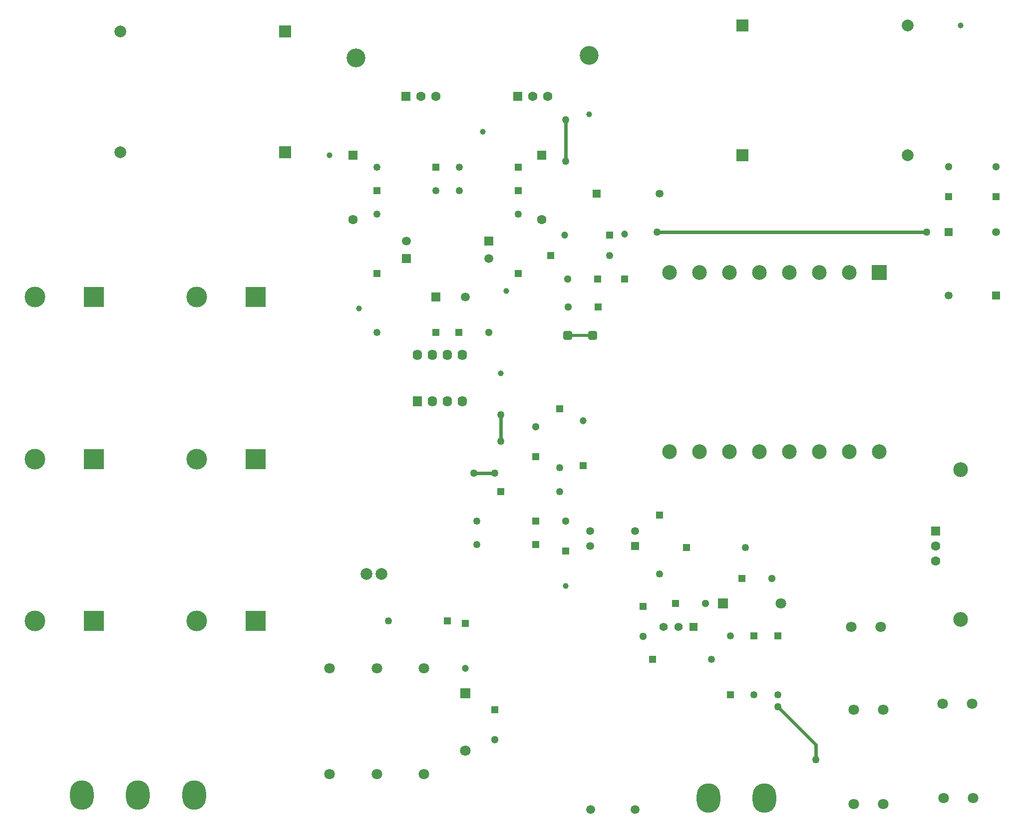
<source format=gbr>
G04*
G04 #@! TF.GenerationSoftware,Altium Limited,Altium Designer,23.6.0 (18)*
G04*
G04 Layer_Physical_Order=1*
G04 Layer_Color=255*
%FSLAX44Y44*%
%MOMM*%
G71*
G04*
G04 #@! TF.SameCoordinates,1F3C283D-9475-48EB-A570-AF6A427DC10D*
G04*
G04*
G04 #@! TF.FilePolarity,Positive*
G04*
G01*
G75*
%ADD21C,1.2500*%
%ADD22R,1.2500X1.2500*%
%ADD30R,1.6000X1.8000*%
%ADD31O,1.6000X1.8000*%
%ADD32R,1.2500X1.2500*%
%ADD33C,1.6000*%
%ADD34R,1.6000X1.6000*%
%ADD35R,1.3000X1.3000*%
%ADD36C,1.3000*%
%ADD41R,1.8000X1.8000*%
%ADD42C,1.8000*%
%ADD43R,1.3000X1.3000*%
%ADD44C,1.2000*%
%ADD45R,1.2000X1.2000*%
%ADD46R,1.3500X1.3500*%
%ADD47C,1.3500*%
%ADD48R,1.2000X1.2000*%
%ADD50R,1.8000X1.8000*%
%ADD52R,1.3500X1.3500*%
%ADD54C,0.6000*%
%ADD55R,3.5400X0.5080*%
%ADD56C,2.5000*%
%ADD57R,1.6000X1.6000*%
%ADD58C,3.2000*%
G04:AMPARAMS|DCode=59|XSize=1.4mm|YSize=1.4mm|CornerRadius=0.049mm|HoleSize=0mm|Usage=FLASHONLY|Rotation=270.000|XOffset=0mm|YOffset=0mm|HoleType=Round|Shape=RoundedRectangle|*
%AMROUNDEDRECTD59*
21,1,1.4000,1.3020,0,0,270.0*
21,1,1.3020,1.4000,0,0,270.0*
1,1,0.0980,-0.6510,-0.6510*
1,1,0.0980,-0.6510,0.6510*
1,1,0.0980,0.6510,0.6510*
1,1,0.0980,0.6510,-0.6510*
%
%ADD59ROUNDEDRECTD59*%
%ADD60C,1.4000*%
%ADD61R,2.0000X2.0000*%
%ADD62C,2.0000*%
%ADD63C,3.5000*%
%ADD64R,3.5000X3.5000*%
%ADD65C,1.0000*%
%ADD66R,1.5000X1.5000*%
%ADD67C,1.5000*%
%ADD68R,1.5000X1.5000*%
%ADD69R,2.5000X2.5000*%
G04:AMPARAMS|DCode=70|XSize=1.524mm|YSize=1.524mm|CornerRadius=0.381mm|HoleSize=0mm|Usage=FLASHONLY|Rotation=0.000|XOffset=0mm|YOffset=0mm|HoleType=Round|Shape=RoundedRectangle|*
%AMROUNDEDRECTD70*
21,1,1.5240,0.7620,0,0,0.0*
21,1,0.7620,1.5240,0,0,0.0*
1,1,0.7620,0.3810,-0.3810*
1,1,0.7620,-0.3810,-0.3810*
1,1,0.7620,-0.3810,0.3810*
1,1,0.7620,0.3810,0.3810*
%
%ADD70ROUNDEDRECTD70*%
%ADD71O,4.0000X5.0000*%
%ADD72C,1.2700*%
D21*
X1550000Y615000D02*
D03*
X1517500Y575000D02*
D03*
X950000Y1330000D02*
D03*
X1050000Y1370000D02*
D03*
X1430000Y720000D02*
D03*
X970000Y640000D02*
D03*
X1120000Y810000D02*
D03*
Y770000D02*
D03*
X1260000Y860000D02*
D03*
X1345000Y1260000D02*
D03*
X1190000Y1330000D02*
D03*
X1090000Y1410000D02*
D03*
Y1370000D02*
D03*
X1260000Y900000D02*
D03*
X950000Y1130000D02*
D03*
X1590000Y515000D02*
D03*
X1630000Y515000D02*
D03*
X1575000Y765000D02*
D03*
X950000Y1410000D02*
D03*
D22*
X1550000Y515000D02*
D03*
X950000Y1230000D02*
D03*
X1430000Y820000D02*
D03*
X1190000Y1230000D02*
D03*
X1260000Y1000000D02*
D03*
X1590000Y615000D02*
D03*
X1630000Y615000D02*
D03*
D30*
X1018600Y1012600D02*
D03*
D31*
X1044000D02*
D03*
X1069400D02*
D03*
X1094800D02*
D03*
Y1092000D02*
D03*
X1069400D02*
D03*
X1044000D02*
D03*
X1018600D02*
D03*
D32*
X1417500Y575000D02*
D03*
X950000Y1370000D02*
D03*
X1070000Y640000D02*
D03*
X1220000Y810000D02*
D03*
Y770000D02*
D03*
X1160000Y860000D02*
D03*
X1245000Y1260000D02*
D03*
X1190000Y1410000D02*
D03*
Y1370000D02*
D03*
X1050000Y1130000D02*
D03*
X1475000Y765000D02*
D03*
X1050000Y1410000D02*
D03*
D33*
X1897500Y767500D02*
D03*
Y742100D02*
D03*
X1050400Y1530000D02*
D03*
X1025000D02*
D03*
X1214600Y1530000D02*
D03*
X1240000D02*
D03*
X910000Y1321140D02*
D03*
X1230000D02*
D03*
D34*
X999600Y1530000D02*
D03*
X1189200Y1530000D02*
D03*
X910000Y1430000D02*
D03*
X1230000D02*
D03*
D35*
X1089200Y1130000D02*
D03*
X1569200Y712500D02*
D03*
X1325800Y1172500D02*
D03*
X1325000Y1220000D02*
D03*
X1456905Y670185D02*
D03*
D36*
X1140000Y1130000D02*
D03*
X1620000Y712500D02*
D03*
X1150000Y439200D02*
D03*
X1270000Y810000D02*
D03*
X1275000Y1172500D02*
D03*
X1274200Y1220000D02*
D03*
X1220000Y970000D02*
D03*
X1401905Y614385D02*
D03*
X1507705Y670185D02*
D03*
X2000000Y1410800D02*
D03*
X1920000D02*
D03*
D41*
X1100000Y517760D02*
D03*
D42*
X1030000Y560000D02*
D03*
Y380000D02*
D03*
X950000D02*
D03*
Y560000D02*
D03*
X870000D02*
D03*
Y380000D02*
D03*
X1960000Y500000D02*
D03*
X1910000D02*
D03*
X1809044Y329970D02*
D03*
X1759044D02*
D03*
X1755000Y630000D02*
D03*
X1805000D02*
D03*
X1911485Y339970D02*
D03*
X1961485D02*
D03*
X1759045Y490000D02*
D03*
X1809045D02*
D03*
X1100000Y420000D02*
D03*
X1635000Y670000D02*
D03*
D43*
X1150000Y490000D02*
D03*
X1270000Y759200D02*
D03*
X1220000Y919200D02*
D03*
X1401905Y665185D02*
D03*
X2000000Y1360000D02*
D03*
X1920000D02*
D03*
D44*
X1100000Y560000D02*
D03*
X1370000Y1296260D02*
D03*
X1268740Y1295000D02*
D03*
X1300000Y980000D02*
D03*
D45*
X1100000Y636260D02*
D03*
X1370000Y1220000D02*
D03*
X1300000Y903740D02*
D03*
D46*
X1388100Y767300D02*
D03*
X1322500Y1365000D02*
D03*
D47*
X1388100Y792700D02*
D03*
X1311900D02*
D03*
Y767300D02*
D03*
X1430000Y1365000D02*
D03*
X1920000Y1192500D02*
D03*
X2000000Y1300000D02*
D03*
D48*
X1345000Y1295000D02*
D03*
D50*
X1537240Y670000D02*
D03*
D52*
X1920000Y1300000D02*
D03*
X2000000Y1192500D02*
D03*
D54*
X1425000Y1300000D02*
X1882500D01*
X1630000Y495000D02*
X1695000Y430000D01*
Y405000D02*
Y430000D01*
X1149906Y891352D02*
X1150350D01*
X1115000Y891000D02*
X1149000D01*
X1160000Y945000D02*
Y990000D01*
X1270000Y1420000D02*
Y1490000D01*
D55*
X1296230Y1125000D02*
D03*
D56*
X1940000Y643000D02*
D03*
Y897000D02*
D03*
X1802500Y927500D02*
D03*
X1751700D02*
D03*
X1700900D02*
D03*
X1650100D02*
D03*
X1599300D02*
D03*
X1548500D02*
D03*
X1497700D02*
D03*
X1446900D02*
D03*
Y1231500D02*
D03*
X1497700D02*
D03*
X1548500D02*
D03*
X1599300D02*
D03*
X1650100D02*
D03*
X1700900D02*
D03*
X1751700D02*
D03*
D57*
X1897500Y792900D02*
D03*
D58*
X1310000Y1600000D02*
D03*
X915000Y1595000D02*
D03*
D59*
X1487305Y630185D02*
D03*
D60*
X1436505D02*
D03*
X1461905D02*
D03*
D61*
X795000Y1640000D02*
D03*
Y1435000D02*
D03*
X1570000Y1430000D02*
D03*
Y1650000D02*
D03*
D62*
X515000Y1640000D02*
D03*
Y1435000D02*
D03*
X1850000Y1430000D02*
D03*
Y1650000D02*
D03*
X932300Y720000D02*
D03*
X957700D02*
D03*
D63*
X370000Y640000D02*
D03*
Y915000D02*
D03*
X645000Y640000D02*
D03*
Y915000D02*
D03*
X370000Y1190000D02*
D03*
X645000D02*
D03*
D64*
X470000Y640000D02*
D03*
Y915000D02*
D03*
X745000Y640000D02*
D03*
Y915000D02*
D03*
X470000Y1190000D02*
D03*
X745000D02*
D03*
D65*
X1310000Y1500000D02*
D03*
X1270000Y700000D02*
D03*
X870000Y1430000D02*
D03*
X1170000Y1200000D02*
D03*
X1940000Y1650000D02*
D03*
X1130000Y1470000D02*
D03*
X920000Y1170000D02*
D03*
X1160000Y1060000D02*
D03*
D66*
X1050000Y1190000D02*
D03*
D67*
X1100000D02*
D03*
X1000000Y1285000D02*
D03*
X1140000Y1255000D02*
D03*
X1313000Y320000D02*
D03*
X1388000D02*
D03*
D68*
X1000000Y1255000D02*
D03*
X1140000Y1285000D02*
D03*
D69*
X1802500Y1231500D02*
D03*
D70*
X1273530Y1125000D02*
D03*
X1316470D02*
D03*
D71*
X1607625Y340000D02*
D03*
X1512375D02*
D03*
X640255Y345000D02*
D03*
X449750D02*
D03*
X545000D02*
D03*
D72*
X1425000Y1300000D02*
D03*
X1882500D02*
D03*
X1695000Y405000D02*
D03*
X1630000Y495000D02*
D03*
X1150350Y891352D02*
D03*
X1115000Y891000D02*
D03*
X1160000Y945000D02*
D03*
Y990000D02*
D03*
X1270000Y1420000D02*
D03*
Y1490000D02*
D03*
M02*

</source>
